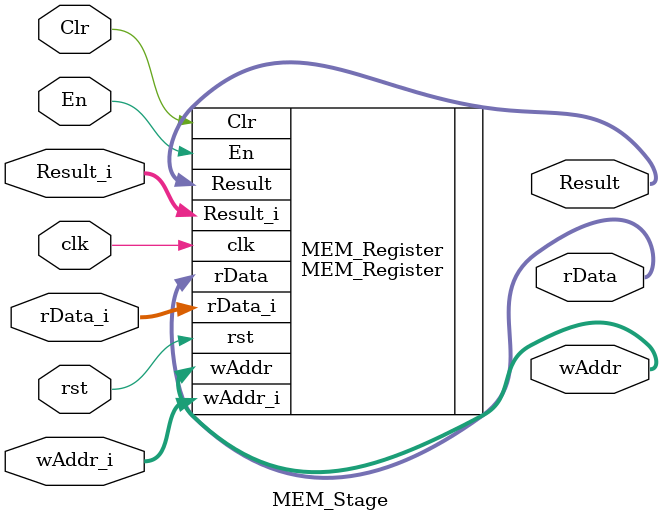
<source format=v>
module MEM_Stage (clk,rst,En,Clr,rData_i,Result_i,wAddr_i,rData,Result,wAddr);

	input clk, rst;
	input En, Clr;
	input[31:0] rData_i, Result_i;
	input[4:0] wAddr_i;

	output[31:0] rData, Result;
	output[4:0] wAddr;
		wire[31:0] rData;
		wire[31:0] Result;
		wire[4:0] wAddr;

	//MEM Register
	MEM_Register MEM_Register (
		.clk(clk),
		.rst(rst),
		.En(En),
		.Clr(Clr),
		.rData_i(rData_i),
		.Result_i(Result_i),
		.wAddr_i(wAddr_i),
		.rData(rData),
		.Result(Result),
		.wAddr(wAddr)
	);

endmodule

</source>
